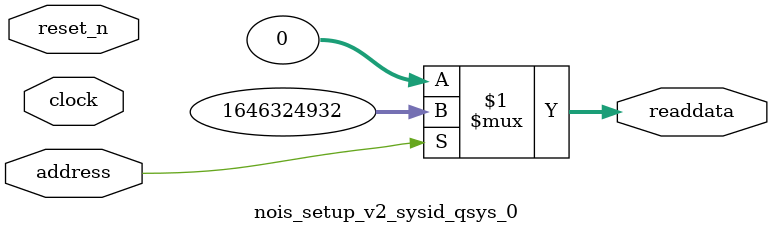
<source format=v>



// synthesis translate_off
`timescale 1ns / 1ps
// synthesis translate_on

// turn off superfluous verilog processor warnings 
// altera message_level Level1 
// altera message_off 10034 10035 10036 10037 10230 10240 10030 

module nois_setup_v2_sysid_qsys_0 (
               // inputs:
                address,
                clock,
                reset_n,

               // outputs:
                readdata
             )
;

  output  [ 31: 0] readdata;
  input            address;
  input            clock;
  input            reset_n;

  wire    [ 31: 0] readdata;
  //control_slave, which is an e_avalon_slave
  assign readdata = address ? 1646324932 : 0;

endmodule



</source>
